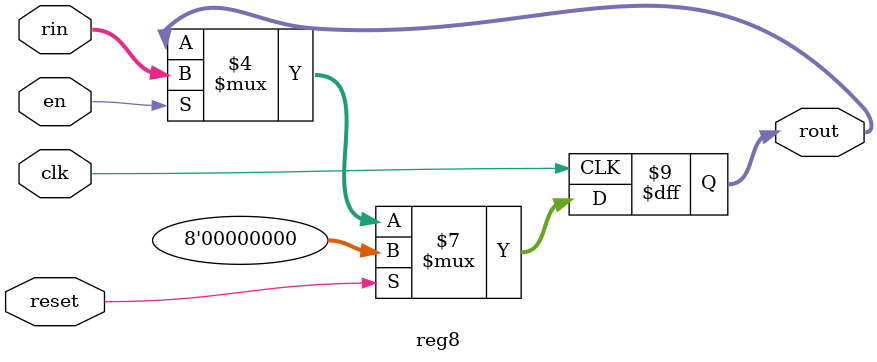
<source format=v>
module reg8	(reset, en, clk, rin, rout);
	
	input reset;
	input en;
	input clk;
	input [7:0] rin;
	output [7:0] rout;
	
	reg [7:0] rout;
	
	always @ (posedge clk)
	begin
		if (reset == 1'b1)
			rout <= 8'b00000000;
		else if (en == 1'b1)
			rout <= rin;
	end
endmodule
</source>
